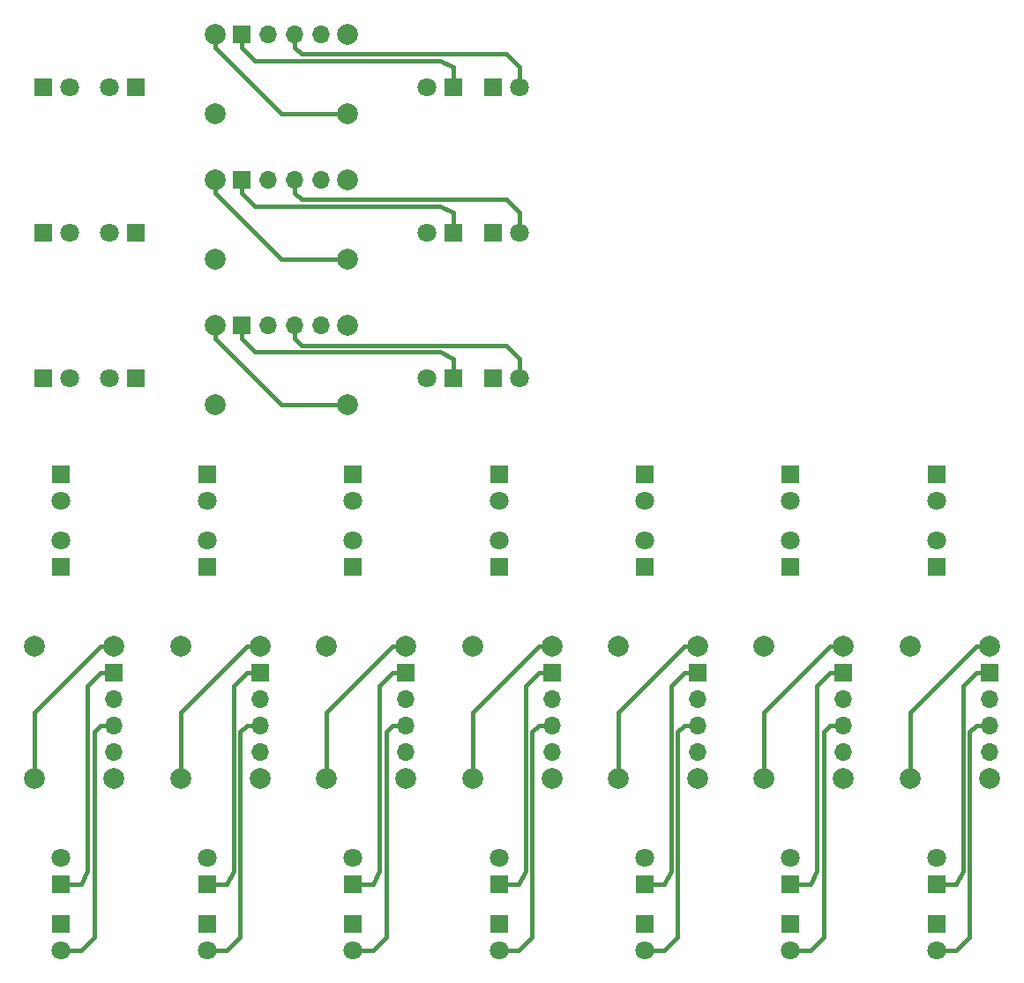
<source format=gbl>
%MOIN*%
%OFA0B0*%
%FSLAX46Y46*%
%IPPOS*%
%LPD*%
%ADD10C,0.0039370078740157488*%
%ADD11R,0.070866141732283464X0.070866141732283464*%
%ADD12C,0.070866141732283464*%
%ADD13C,0.07874015748031496*%
%ADD14R,0.066929133858267723X0.066929133858267723*%
%ADD15O,0.066929133858267723X0.066929133858267723*%
%ADD16C,0.016*%
%ADD27C,0.0039370078740157488*%
%ADD28R,0.070866141732283464X0.070866141732283464*%
%ADD29C,0.070866141732283464*%
%ADD30C,0.07874015748031496*%
%ADD31R,0.066929133858267723X0.066929133858267723*%
%ADD32O,0.066929133858267723X0.066929133858267723*%
%ADD33C,0.016*%
%ADD34C,0.0039370078740157488*%
%ADD35R,0.070866141732283464X0.070866141732283464*%
%ADD36C,0.070866141732283464*%
%ADD37C,0.07874015748031496*%
%ADD38R,0.066929133858267723X0.066929133858267723*%
%ADD39O,0.066929133858267723X0.066929133858267723*%
%ADD40C,0.016*%
%ADD41C,0.0039370078740157488*%
%ADD42R,0.070866141732283464X0.070866141732283464*%
%ADD43C,0.070866141732283464*%
%ADD44C,0.07874015748031496*%
%ADD45R,0.066929133858267723X0.066929133858267723*%
%ADD46O,0.066929133858267723X0.066929133858267723*%
%ADD47C,0.016*%
%ADD48C,0.0039370078740157488*%
%ADD49R,0.070866141732283464X0.070866141732283464*%
%ADD50C,0.070866141732283464*%
%ADD51C,0.07874015748031496*%
%ADD52R,0.066929133858267723X0.066929133858267723*%
%ADD53O,0.066929133858267723X0.066929133858267723*%
%ADD54C,0.016*%
%ADD55C,0.0039370078740157488*%
%ADD56R,0.070866141732283464X0.070866141732283464*%
%ADD57C,0.070866141732283464*%
%ADD58C,0.07874015748031496*%
%ADD59R,0.066929133858267723X0.066929133858267723*%
%ADD60O,0.066929133858267723X0.066929133858267723*%
%ADD61C,0.016*%
%ADD62C,0.0039370078740157488*%
%ADD63R,0.070866141732283464X0.070866141732283464*%
%ADD64C,0.070866141732283464*%
%ADD65C,0.07874015748031496*%
%ADD66R,0.066929133858267723X0.066929133858267723*%
%ADD67O,0.066929133858267723X0.066929133858267723*%
%ADD68C,0.016*%
%ADD69C,0.0039370078740157488*%
%ADD70R,0.070866141732283464X0.070866141732283464*%
%ADD71C,0.070866141732283464*%
%ADD72C,0.07874015748031496*%
%ADD73R,0.066929133858267723X0.066929133858267723*%
%ADD74O,0.066929133858267723X0.066929133858267723*%
%ADD75C,0.016*%
%ADD76C,0.0039370078740157488*%
%ADD77R,0.070866141732283464X0.070866141732283464*%
%ADD78C,0.070866141732283464*%
%ADD79C,0.07874015748031496*%
%ADD80R,0.066929133858267723X0.066929133858267723*%
%ADD81O,0.066929133858267723X0.066929133858267723*%
%ADD82C,0.016*%
%ADD83C,0.0039370078740157488*%
%ADD84R,0.070866141732283464X0.070866141732283464*%
%ADD85C,0.070866141732283464*%
%ADD86C,0.07874015748031496*%
%ADD87R,0.066929133858267723X0.066929133858267723*%
%ADD88O,0.066929133858267723X0.066929133858267723*%
%ADD89C,0.016*%
G01*
D10*
D11*
X-0005849999Y0004500000D02*
X0000175000Y0000200000D03*
D12*
X0000175000Y0000100000D03*
D11*
X0000175000Y0000350000D03*
D12*
X0000175000Y0000450000D03*
D13*
X0000375000Y0001250000D03*
X0000075000Y0001250000D03*
X0000075000Y0000750000D03*
X0000375000Y0000750000D03*
D14*
X0000375000Y0001150000D03*
D15*
X0000375000Y0001050000D03*
X0000375000Y0000950000D03*
X0000375000Y0000850000D03*
D11*
X0000175000Y0001550000D03*
D12*
X0000175000Y0001650000D03*
D11*
X0000175000Y0001900000D03*
D12*
X0000175000Y0001800000D03*
D16*
X0000375000Y0001150000D02*
X0000325000Y0001150000D01*
X0000325000Y0001150000D02*
X0000275000Y0001100000D01*
X0000275000Y0001100000D02*
X0000275000Y0000400000D01*
X0000275000Y0000400000D02*
X0000250000Y0000350000D01*
X0000250000Y0000350000D02*
X0000175000Y0000350000D01*
X0000175000Y0000100000D02*
X0000250000Y0000100000D01*
X0000250000Y0000100000D02*
X0000300000Y0000150000D01*
X0000325000Y0000950000D02*
X0000375000Y0000950000D01*
X0000300000Y0000925000D02*
X0000325000Y0000950000D01*
X0000300000Y0000150000D02*
X0000300000Y0000925000D01*
X0000075000Y0000750000D02*
X0000075000Y0001000000D01*
X0000325000Y0001250000D02*
X0000375000Y0001250000D01*
X0000075000Y0001000000D02*
X0000325000Y0001250000D01*
G04 next file*
G04 #@! TF.FileFunction,Copper,L2,Bot,Signal*
G04 Gerber Fmt 4.6, Leading zero omitted, Abs format (unit mm)*
G04 Created by KiCad (PCBNEW 4.0.7) date 09/15/19 19:52:21*
G01*
G04 APERTURE LIST*
G04 APERTURE END LIST*
D27*
D28*
X-0002492126Y-0003763385D02*
X0001807873Y0002261614D03*
D29*
X0001907873Y0002261614D03*
D28*
X0001657873Y0002261614D03*
D29*
X0001557873Y0002261614D03*
D30*
X0000757873Y0002461614D03*
X0000757873Y0002161614D03*
X0001257873Y0002161614D03*
X0001257873Y0002461614D03*
D31*
X0000857873Y0002461614D03*
D32*
X0000957873Y0002461614D03*
X0001057873Y0002461614D03*
X0001157873Y0002461614D03*
D28*
X0000457873Y0002261614D03*
D29*
X0000357873Y0002261614D03*
D28*
X0000107873Y0002261614D03*
D29*
X0000207873Y0002261614D03*
D33*
X0000857873Y0002461614D02*
X0000857873Y0002411614D01*
X0000857873Y0002411614D02*
X0000907873Y0002361614D01*
X0000907873Y0002361614D02*
X0001607873Y0002361614D01*
X0001607873Y0002361614D02*
X0001657873Y0002336614D01*
X0001657873Y0002336614D02*
X0001657873Y0002261614D01*
X0001907873Y0002261614D02*
X0001907873Y0002336614D01*
X0001907873Y0002336614D02*
X0001857873Y0002386614D01*
X0001057873Y0002411614D02*
X0001057873Y0002461614D01*
X0001082873Y0002386614D02*
X0001057873Y0002411614D01*
X0001857873Y0002386614D02*
X0001082873Y0002386614D01*
X0001257873Y0002161614D02*
X0001007873Y0002161614D01*
X0000757873Y0002411614D02*
X0000757873Y0002461614D01*
X0001007873Y0002161614D02*
X0000757873Y0002411614D01*
G04 next file*
G04 #@! TF.FileFunction,Copper,L2,Bot,Signal*
G04 Gerber Fmt 4.6, Leading zero omitted, Abs format (unit mm)*
G04 Created by KiCad (PCBNEW 4.0.7) date 09/15/19 19:52:21*
G01*
G04 APERTURE LIST*
G04 APERTURE END LIST*
D34*
D35*
X-0002492126Y-0003212204D02*
X0001807873Y0002812795D03*
D36*
X0001907873Y0002812795D03*
D35*
X0001657873Y0002812795D03*
D36*
X0001557873Y0002812795D03*
D37*
X0000757873Y0003012795D03*
X0000757873Y0002712795D03*
X0001257873Y0002712795D03*
X0001257873Y0003012795D03*
D38*
X0000857873Y0003012795D03*
D39*
X0000957873Y0003012795D03*
X0001057873Y0003012795D03*
X0001157873Y0003012795D03*
D35*
X0000457873Y0002812795D03*
D36*
X0000357873Y0002812795D03*
D35*
X0000107873Y0002812795D03*
D36*
X0000207873Y0002812795D03*
D40*
X0000857873Y0003012795D02*
X0000857873Y0002962795D01*
X0000857873Y0002962795D02*
X0000907873Y0002912795D01*
X0000907873Y0002912795D02*
X0001607873Y0002912795D01*
X0001607873Y0002912795D02*
X0001657873Y0002887795D01*
X0001657873Y0002887795D02*
X0001657873Y0002812795D01*
X0001907873Y0002812795D02*
X0001907873Y0002887795D01*
X0001907873Y0002887795D02*
X0001857873Y0002937795D01*
X0001057873Y0002962795D02*
X0001057873Y0003012795D01*
X0001082873Y0002937795D02*
X0001057873Y0002962795D01*
X0001857873Y0002937795D02*
X0001082873Y0002937795D01*
X0001257873Y0002712795D02*
X0001007873Y0002712795D01*
X0000757873Y0002962795D02*
X0000757873Y0003012795D01*
X0001007873Y0002712795D02*
X0000757873Y0002962795D01*
G04 next file*
G04 #@! TF.FileFunction,Copper,L2,Bot,Signal*
G04 Gerber Fmt 4.6, Leading zero omitted, Abs format (unit mm)*
G04 Created by KiCad (PCBNEW 4.0.7) date 09/15/19 19:52:21*
G01*
G04 APERTURE LIST*
G04 APERTURE END LIST*
D41*
D42*
X-0002492126Y-0002661023D02*
X0001807873Y0003363976D03*
D43*
X0001907873Y0003363976D03*
D42*
X0001657873Y0003363976D03*
D43*
X0001557873Y0003363976D03*
D44*
X0000757873Y0003563976D03*
X0000757873Y0003263976D03*
X0001257873Y0003263976D03*
X0001257873Y0003563976D03*
D45*
X0000857873Y0003563976D03*
D46*
X0000957873Y0003563976D03*
X0001057873Y0003563976D03*
X0001157873Y0003563976D03*
D42*
X0000457873Y0003363976D03*
D43*
X0000357873Y0003363976D03*
D42*
X0000107873Y0003363976D03*
D43*
X0000207873Y0003363976D03*
D47*
X0000857873Y0003563976D02*
X0000857873Y0003513976D01*
X0000857873Y0003513976D02*
X0000907873Y0003463976D01*
X0000907873Y0003463976D02*
X0001607873Y0003463976D01*
X0001607873Y0003463976D02*
X0001657873Y0003438976D01*
X0001657873Y0003438976D02*
X0001657873Y0003363976D01*
X0001907873Y0003363976D02*
X0001907873Y0003438976D01*
X0001907873Y0003438976D02*
X0001857873Y0003488976D01*
X0001057873Y0003513976D02*
X0001057873Y0003563976D01*
X0001082873Y0003488976D02*
X0001057873Y0003513976D01*
X0001857873Y0003488976D02*
X0001082873Y0003488976D01*
X0001257873Y0003263976D02*
X0001007873Y0003263976D01*
X0000757873Y0003513976D02*
X0000757873Y0003563976D01*
X0001007873Y0003263976D02*
X0000757873Y0003513976D01*
G04 next file*
G04 #@! TF.FileFunction,Copper,L2,Bot,Signal*
G04 Gerber Fmt 4.6, Leading zero omitted, Abs format (unit mm)*
G04 Created by KiCad (PCBNEW 4.0.7) date 09/15/19 19:52:21*
G01*
G04 APERTURE LIST*
G04 APERTURE END LIST*
D48*
D49*
X-0005298818Y0004500000D02*
X0000726181Y0000200000D03*
D50*
X0000726181Y0000100000D03*
D49*
X0000726181Y0000350000D03*
D50*
X0000726181Y0000450000D03*
D51*
X0000926181Y0001250000D03*
X0000626181Y0001250000D03*
X0000626181Y0000750000D03*
X0000926181Y0000750000D03*
D52*
X0000926181Y0001150000D03*
D53*
X0000926181Y0001050000D03*
X0000926181Y0000950000D03*
X0000926181Y0000850000D03*
D49*
X0000726181Y0001550000D03*
D50*
X0000726181Y0001650000D03*
D49*
X0000726181Y0001900000D03*
D50*
X0000726181Y0001800000D03*
D54*
X0000926181Y0001150000D02*
X0000876181Y0001150000D01*
X0000876181Y0001150000D02*
X0000826181Y0001100000D01*
X0000826181Y0001100000D02*
X0000826181Y0000400000D01*
X0000826181Y0000400000D02*
X0000801181Y0000350000D01*
X0000801181Y0000350000D02*
X0000726181Y0000350000D01*
X0000726181Y0000100000D02*
X0000801181Y0000100000D01*
X0000801181Y0000100000D02*
X0000851181Y0000150000D01*
X0000876181Y0000950000D02*
X0000926181Y0000950000D01*
X0000851181Y0000925000D02*
X0000876181Y0000950000D01*
X0000851181Y0000150000D02*
X0000851181Y0000925000D01*
X0000626181Y0000750000D02*
X0000626181Y0001000000D01*
X0000876181Y0001250000D02*
X0000926181Y0001250000D01*
X0000626181Y0001000000D02*
X0000876181Y0001250000D01*
G04 next file*
G04 #@! TF.FileFunction,Copper,L2,Bot,Signal*
G04 Gerber Fmt 4.6, Leading zero omitted, Abs format (unit mm)*
G04 Created by KiCad (PCBNEW 4.0.7) date 09/15/19 19:52:21*
G01*
G04 APERTURE LIST*
G04 APERTURE END LIST*
D55*
D56*
X-0004747637Y0004500000D02*
X0001277362Y0000200000D03*
D57*
X0001277362Y0000100000D03*
D56*
X0001277362Y0000350000D03*
D57*
X0001277362Y0000450000D03*
D58*
X0001477362Y0001250000D03*
X0001177362Y0001250000D03*
X0001177362Y0000750000D03*
X0001477362Y0000750000D03*
D59*
X0001477362Y0001150000D03*
D60*
X0001477362Y0001050000D03*
X0001477362Y0000950000D03*
X0001477362Y0000850000D03*
D56*
X0001277362Y0001550000D03*
D57*
X0001277362Y0001650000D03*
D56*
X0001277362Y0001900000D03*
D57*
X0001277362Y0001800000D03*
D61*
X0001477362Y0001150000D02*
X0001427362Y0001150000D01*
X0001427362Y0001150000D02*
X0001377362Y0001100000D01*
X0001377362Y0001100000D02*
X0001377362Y0000400000D01*
X0001377362Y0000400000D02*
X0001352362Y0000350000D01*
X0001352362Y0000350000D02*
X0001277362Y0000350000D01*
X0001277362Y0000100000D02*
X0001352362Y0000100000D01*
X0001352362Y0000100000D02*
X0001402362Y0000150000D01*
X0001427362Y0000950000D02*
X0001477362Y0000950000D01*
X0001402362Y0000925000D02*
X0001427362Y0000950000D01*
X0001402362Y0000150000D02*
X0001402362Y0000925000D01*
X0001177362Y0000750000D02*
X0001177362Y0001000000D01*
X0001427362Y0001250000D02*
X0001477362Y0001250000D01*
X0001177362Y0001000000D02*
X0001427362Y0001250000D01*
G04 next file*
G04 #@! TF.FileFunction,Copper,L2,Bot,Signal*
G04 Gerber Fmt 4.6, Leading zero omitted, Abs format (unit mm)*
G04 Created by KiCad (PCBNEW 4.0.7) date 09/15/19 19:52:21*
G01*
G04 APERTURE LIST*
G04 APERTURE END LIST*
D62*
D63*
X-0004196456Y0004500000D02*
X0001828543Y0000200000D03*
D64*
X0001828543Y0000100000D03*
D63*
X0001828543Y0000350000D03*
D64*
X0001828543Y0000450000D03*
D65*
X0002028543Y0001250000D03*
X0001728543Y0001250000D03*
X0001728543Y0000750000D03*
X0002028543Y0000750000D03*
D66*
X0002028543Y0001150000D03*
D67*
X0002028543Y0001050000D03*
X0002028543Y0000950000D03*
X0002028543Y0000850000D03*
D63*
X0001828543Y0001550000D03*
D64*
X0001828543Y0001650000D03*
D63*
X0001828543Y0001900000D03*
D64*
X0001828543Y0001800000D03*
D68*
X0002028543Y0001150000D02*
X0001978543Y0001150000D01*
X0001978543Y0001150000D02*
X0001928543Y0001100000D01*
X0001928543Y0001100000D02*
X0001928543Y0000400000D01*
X0001928543Y0000400000D02*
X0001903543Y0000350000D01*
X0001903543Y0000350000D02*
X0001828543Y0000350000D01*
X0001828543Y0000100000D02*
X0001903543Y0000100000D01*
X0001903543Y0000100000D02*
X0001953543Y0000150000D01*
X0001978543Y0000950000D02*
X0002028543Y0000950000D01*
X0001953543Y0000925000D02*
X0001978543Y0000950000D01*
X0001953543Y0000150000D02*
X0001953543Y0000925000D01*
X0001728543Y0000750000D02*
X0001728543Y0001000000D01*
X0001978543Y0001250000D02*
X0002028543Y0001250000D01*
X0001728543Y0001000000D02*
X0001978543Y0001250000D01*
G04 next file*
G04 #@! TF.FileFunction,Copper,L2,Bot,Signal*
G04 Gerber Fmt 4.6, Leading zero omitted, Abs format (unit mm)*
G04 Created by KiCad (PCBNEW 4.0.7) date 09/15/19 19:52:21*
G01*
G04 APERTURE LIST*
G04 APERTURE END LIST*
D69*
D70*
X-0003645275Y0004500000D02*
X0002379724Y0000200000D03*
D71*
X0002379724Y0000100000D03*
D70*
X0002379724Y0000350000D03*
D71*
X0002379724Y0000450000D03*
D72*
X0002579724Y0001250000D03*
X0002279724Y0001250000D03*
X0002279724Y0000750000D03*
X0002579724Y0000750000D03*
D73*
X0002579724Y0001150000D03*
D74*
X0002579724Y0001050000D03*
X0002579724Y0000950000D03*
X0002579724Y0000850000D03*
D70*
X0002379724Y0001550000D03*
D71*
X0002379724Y0001650000D03*
D70*
X0002379724Y0001900000D03*
D71*
X0002379724Y0001800000D03*
D75*
X0002579724Y0001150000D02*
X0002529724Y0001150000D01*
X0002529724Y0001150000D02*
X0002479724Y0001100000D01*
X0002479724Y0001100000D02*
X0002479724Y0000400000D01*
X0002479724Y0000400000D02*
X0002454724Y0000350000D01*
X0002454724Y0000350000D02*
X0002379724Y0000350000D01*
X0002379724Y0000100000D02*
X0002454724Y0000100000D01*
X0002454724Y0000100000D02*
X0002504724Y0000150000D01*
X0002529724Y0000950000D02*
X0002579724Y0000950000D01*
X0002504724Y0000925000D02*
X0002529724Y0000950000D01*
X0002504724Y0000150000D02*
X0002504724Y0000925000D01*
X0002279724Y0000750000D02*
X0002279724Y0001000000D01*
X0002529724Y0001250000D02*
X0002579724Y0001250000D01*
X0002279724Y0001000000D02*
X0002529724Y0001250000D01*
G04 next file*
G04 #@! TF.FileFunction,Copper,L2,Bot,Signal*
G04 Gerber Fmt 4.6, Leading zero omitted, Abs format (unit mm)*
G04 Created by KiCad (PCBNEW 4.0.7) date 09/15/19 19:52:21*
G01*
G04 APERTURE LIST*
G04 APERTURE END LIST*
D76*
D77*
X-0003094094Y0004500000D02*
X0002930905Y0000200000D03*
D78*
X0002930905Y0000100000D03*
D77*
X0002930905Y0000350000D03*
D78*
X0002930905Y0000450000D03*
D79*
X0003130905Y0001250000D03*
X0002830905Y0001250000D03*
X0002830905Y0000750000D03*
X0003130905Y0000750000D03*
D80*
X0003130905Y0001150000D03*
D81*
X0003130905Y0001050000D03*
X0003130905Y0000950000D03*
X0003130905Y0000850000D03*
D77*
X0002930905Y0001550000D03*
D78*
X0002930905Y0001650000D03*
D77*
X0002930905Y0001900000D03*
D78*
X0002930905Y0001800000D03*
D82*
X0003130905Y0001150000D02*
X0003080905Y0001150000D01*
X0003080905Y0001150000D02*
X0003030905Y0001100000D01*
X0003030905Y0001100000D02*
X0003030905Y0000400000D01*
X0003030905Y0000400000D02*
X0003005905Y0000350000D01*
X0003005905Y0000350000D02*
X0002930905Y0000350000D01*
X0002930905Y0000100000D02*
X0003005905Y0000100000D01*
X0003005905Y0000100000D02*
X0003055905Y0000150000D01*
X0003080905Y0000950000D02*
X0003130905Y0000950000D01*
X0003055905Y0000925000D02*
X0003080905Y0000950000D01*
X0003055905Y0000150000D02*
X0003055905Y0000925000D01*
X0002830905Y0000750000D02*
X0002830905Y0001000000D01*
X0003080905Y0001250000D02*
X0003130905Y0001250000D01*
X0002830905Y0001000000D02*
X0003080905Y0001250000D01*
G04 next file*
G04 #@! TF.FileFunction,Copper,L2,Bot,Signal*
G04 Gerber Fmt 4.6, Leading zero omitted, Abs format (unit mm)*
G04 Created by KiCad (PCBNEW 4.0.7) date 09/15/19 19:52:21*
G01*
G04 APERTURE LIST*
G04 APERTURE END LIST*
D83*
D84*
X-0002542913Y0004500000D02*
X0003482086Y0000200000D03*
D85*
X0003482086Y0000100000D03*
D84*
X0003482086Y0000350000D03*
D85*
X0003482086Y0000450000D03*
D86*
X0003682086Y0001250000D03*
X0003382086Y0001250000D03*
X0003382086Y0000750000D03*
X0003682086Y0000750000D03*
D87*
X0003682086Y0001150000D03*
D88*
X0003682086Y0001050000D03*
X0003682086Y0000950000D03*
X0003682086Y0000850000D03*
D84*
X0003482086Y0001550000D03*
D85*
X0003482086Y0001650000D03*
D84*
X0003482086Y0001900000D03*
D85*
X0003482086Y0001800000D03*
D89*
X0003682086Y0001150000D02*
X0003632086Y0001150000D01*
X0003632086Y0001150000D02*
X0003582086Y0001100000D01*
X0003582086Y0001100000D02*
X0003582086Y0000400000D01*
X0003582086Y0000400000D02*
X0003557086Y0000350000D01*
X0003557086Y0000350000D02*
X0003482086Y0000350000D01*
X0003482086Y0000100000D02*
X0003557086Y0000100000D01*
X0003557086Y0000100000D02*
X0003607086Y0000150000D01*
X0003632086Y0000950000D02*
X0003682086Y0000950000D01*
X0003607086Y0000925000D02*
X0003632086Y0000950000D01*
X0003607086Y0000150000D02*
X0003607086Y0000925000D01*
X0003382086Y0000750000D02*
X0003382086Y0001000000D01*
X0003632086Y0001250000D02*
X0003682086Y0001250000D01*
X0003382086Y0001000000D02*
X0003632086Y0001250000D01*
M02*
</source>
